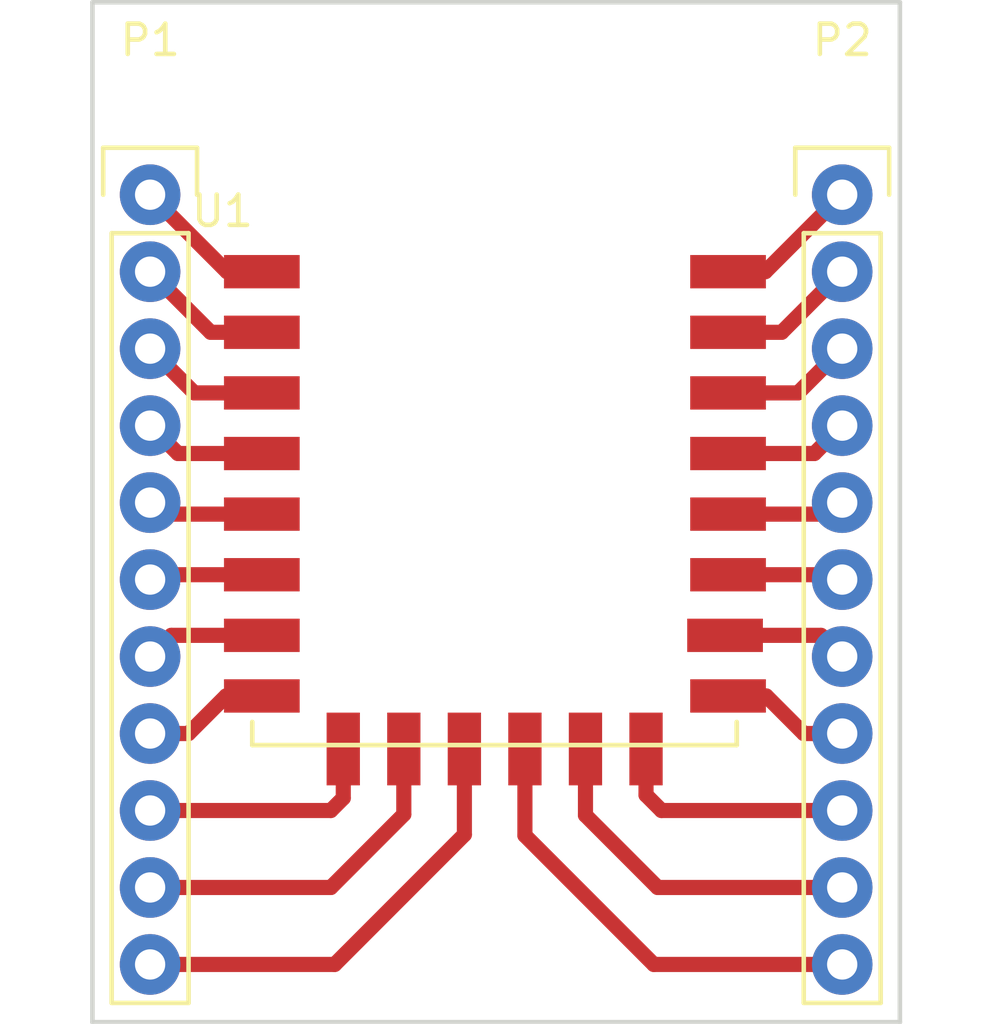
<source format=kicad_pcb>
(kicad_pcb (version 4) (host pcbnew 4.0.2-stable)

  (general
    (links 22)
    (no_connects 0)
    (area 138.401667 95.164999 171.478334 128.980001)
    (thickness 1.6)
    (drawings 4)
    (tracks 52)
    (zones 0)
    (modules 3)
    (nets 23)
  )

  (page A4)
  (layers
    (0 F.Cu signal)
    (31 B.Cu signal)
    (32 B.Adhes user)
    (33 F.Adhes user)
    (34 B.Paste user)
    (35 F.Paste user)
    (36 B.SilkS user)
    (37 F.SilkS user)
    (38 B.Mask user)
    (39 F.Mask user)
    (40 Dwgs.User user)
    (41 Cmts.User user)
    (42 Eco1.User user)
    (43 Eco2.User user)
    (44 Edge.Cuts user)
    (45 Margin user)
    (46 B.CrtYd user)
    (47 F.CrtYd user)
    (48 B.Fab user)
    (49 F.Fab user)
  )

  (setup
    (last_trace_width 0.5)
    (user_trace_width 0.5)
    (trace_clearance 0.2)
    (zone_clearance 0.508)
    (zone_45_only no)
    (trace_min 0.2)
    (segment_width 0.2)
    (edge_width 0.15)
    (via_size 0.6)
    (via_drill 0.4)
    (via_min_size 0.4)
    (via_min_drill 0.3)
    (uvia_size 0.3)
    (uvia_drill 0.1)
    (uvias_allowed no)
    (uvia_min_size 0.2)
    (uvia_min_drill 0.1)
    (pcb_text_width 0.3)
    (pcb_text_size 1.5 1.5)
    (mod_edge_width 0.15)
    (mod_text_size 1 1)
    (mod_text_width 0.15)
    (pad_size 2 2)
    (pad_drill 1)
    (pad_to_mask_clearance 0.2)
    (aux_axis_origin 0 0)
    (visible_elements 7FFFFFFF)
    (pcbplotparams
      (layerselection 0x00030_80000001)
      (usegerberextensions false)
      (excludeedgelayer true)
      (linewidth 0.100000)
      (plotframeref false)
      (viasonmask false)
      (mode 1)
      (useauxorigin false)
      (hpglpennumber 1)
      (hpglpenspeed 20)
      (hpglpendiameter 15)
      (hpglpenoverlay 2)
      (psnegative false)
      (psa4output false)
      (plotreference true)
      (plotvalue true)
      (plotinvisibletext false)
      (padsonsilk false)
      (subtractmaskfromsilk false)
      (outputformat 1)
      (mirror false)
      (drillshape 1)
      (scaleselection 1)
      (outputdirectory ""))
  )

  (net 0 "")
  (net 1 "Net-(P1-Pad1)")
  (net 2 "Net-(P1-Pad2)")
  (net 3 "Net-(P1-Pad3)")
  (net 4 "Net-(P1-Pad4)")
  (net 5 "Net-(P1-Pad5)")
  (net 6 "Net-(P1-Pad6)")
  (net 7 "Net-(P1-Pad7)")
  (net 8 "Net-(P1-Pad8)")
  (net 9 "Net-(P1-Pad9)")
  (net 10 "Net-(P1-Pad10)")
  (net 11 "Net-(P1-Pad11)")
  (net 12 "Net-(P2-Pad1)")
  (net 13 "Net-(P2-Pad2)")
  (net 14 "Net-(P2-Pad3)")
  (net 15 "Net-(P2-Pad4)")
  (net 16 "Net-(P2-Pad5)")
  (net 17 "Net-(P2-Pad6)")
  (net 18 "Net-(P2-Pad7)")
  (net 19 "Net-(P2-Pad8)")
  (net 20 "Net-(P2-Pad9)")
  (net 21 "Net-(P2-Pad10)")
  (net 22 "Net-(P2-Pad11)")

  (net_class Default "This is the default net class."
    (clearance 0.2)
    (trace_width 0.25)
    (via_dia 0.6)
    (via_drill 0.4)
    (uvia_dia 0.3)
    (uvia_drill 0.1)
    (add_net "Net-(P1-Pad1)")
    (add_net "Net-(P1-Pad10)")
    (add_net "Net-(P1-Pad11)")
    (add_net "Net-(P1-Pad2)")
    (add_net "Net-(P1-Pad3)")
    (add_net "Net-(P1-Pad4)")
    (add_net "Net-(P1-Pad5)")
    (add_net "Net-(P1-Pad6)")
    (add_net "Net-(P1-Pad7)")
    (add_net "Net-(P1-Pad8)")
    (add_net "Net-(P1-Pad9)")
    (add_net "Net-(P2-Pad1)")
    (add_net "Net-(P2-Pad10)")
    (add_net "Net-(P2-Pad11)")
    (add_net "Net-(P2-Pad2)")
    (add_net "Net-(P2-Pad3)")
    (add_net "Net-(P2-Pad4)")
    (add_net "Net-(P2-Pad5)")
    (add_net "Net-(P2-Pad6)")
    (add_net "Net-(P2-Pad7)")
    (add_net "Net-(P2-Pad8)")
    (add_net "Net-(P2-Pad9)")
  )

  (module Pin_Headers:Pin_Header_Straight_1x11 (layer F.Cu) (tedit 5835CD59) (tstamp 5835CB64)
    (at 142.24 101.6)
    (descr "Through hole pin header")
    (tags "pin header")
    (path /5835C9F9)
    (fp_text reference P1 (at 0 -5.1) (layer F.SilkS)
      (effects (font (size 1 1) (thickness 0.15)))
    )
    (fp_text value CONN_01X11 (at 0 -3.1) (layer F.Fab)
      (effects (font (size 1 1) (thickness 0.15)))
    )
    (fp_line (start -1.75 -1.75) (end -1.75 27.15) (layer F.CrtYd) (width 0.05))
    (fp_line (start 1.75 -1.75) (end 1.75 27.15) (layer F.CrtYd) (width 0.05))
    (fp_line (start -1.75 -1.75) (end 1.75 -1.75) (layer F.CrtYd) (width 0.05))
    (fp_line (start -1.75 27.15) (end 1.75 27.15) (layer F.CrtYd) (width 0.05))
    (fp_line (start 1.27 1.27) (end 1.27 26.67) (layer F.SilkS) (width 0.15))
    (fp_line (start 1.27 26.67) (end -1.27 26.67) (layer F.SilkS) (width 0.15))
    (fp_line (start -1.27 26.67) (end -1.27 1.27) (layer F.SilkS) (width 0.15))
    (fp_line (start 1.55 -1.55) (end 1.55 0) (layer F.SilkS) (width 0.15))
    (fp_line (start 1.27 1.27) (end -1.27 1.27) (layer F.SilkS) (width 0.15))
    (fp_line (start -1.55 0) (end -1.55 -1.55) (layer F.SilkS) (width 0.15))
    (fp_line (start -1.55 -1.55) (end 1.55 -1.55) (layer F.SilkS) (width 0.15))
    (pad 1 thru_hole circle (at 0 0) (size 2 2) (drill 1) (layers *.Cu *.Mask)
      (net 1 "Net-(P1-Pad1)"))
    (pad 2 thru_hole circle (at 0 2.54) (size 2 2) (drill 1) (layers *.Cu *.Mask)
      (net 2 "Net-(P1-Pad2)"))
    (pad 3 thru_hole circle (at 0 5.08) (size 2 2) (drill 1) (layers *.Cu *.Mask)
      (net 3 "Net-(P1-Pad3)"))
    (pad 4 thru_hole circle (at 0 7.62) (size 2 2) (drill 1) (layers *.Cu *.Mask)
      (net 4 "Net-(P1-Pad4)"))
    (pad 5 thru_hole circle (at 0 10.16) (size 2 2) (drill 1) (layers *.Cu *.Mask)
      (net 5 "Net-(P1-Pad5)"))
    (pad 6 thru_hole circle (at 0 12.7) (size 2 2) (drill 1) (layers *.Cu *.Mask)
      (net 6 "Net-(P1-Pad6)"))
    (pad 7 thru_hole circle (at 0 15.24) (size 2 2) (drill 1) (layers *.Cu *.Mask)
      (net 7 "Net-(P1-Pad7)"))
    (pad 8 thru_hole circle (at 0 17.78) (size 2 2) (drill 1) (layers *.Cu *.Mask)
      (net 8 "Net-(P1-Pad8)"))
    (pad 9 thru_hole circle (at 0 20.32) (size 2 2) (drill 1) (layers *.Cu *.Mask)
      (net 9 "Net-(P1-Pad9)"))
    (pad 10 thru_hole circle (at 0 22.86) (size 2 2) (drill 1) (layers *.Cu *.Mask)
      (net 10 "Net-(P1-Pad10)"))
    (pad 11 thru_hole circle (at 0 25.4) (size 2 2) (drill 1) (layers *.Cu *.Mask)
      (net 11 "Net-(P1-Pad11)"))
    (model Pin_Headers.3dshapes/Pin_Header_Straight_1x11.wrl
      (at (xyz 0 -0.5 0))
      (scale (xyz 1 1 1))
      (rotate (xyz 0 0 90))
    )
  )

  (module Pin_Headers:Pin_Header_Straight_1x11 (layer F.Cu) (tedit 0) (tstamp 5835CB7E)
    (at 165.1 101.6)
    (descr "Through hole pin header")
    (tags "pin header")
    (path /5835C978)
    (fp_text reference P2 (at 0 -5.1) (layer F.SilkS)
      (effects (font (size 1 1) (thickness 0.15)))
    )
    (fp_text value CONN_01X11 (at 0 -3.1) (layer F.Fab)
      (effects (font (size 1 1) (thickness 0.15)))
    )
    (fp_line (start -1.75 -1.75) (end -1.75 27.15) (layer F.CrtYd) (width 0.05))
    (fp_line (start 1.75 -1.75) (end 1.75 27.15) (layer F.CrtYd) (width 0.05))
    (fp_line (start -1.75 -1.75) (end 1.75 -1.75) (layer F.CrtYd) (width 0.05))
    (fp_line (start -1.75 27.15) (end 1.75 27.15) (layer F.CrtYd) (width 0.05))
    (fp_line (start 1.27 1.27) (end 1.27 26.67) (layer F.SilkS) (width 0.15))
    (fp_line (start 1.27 26.67) (end -1.27 26.67) (layer F.SilkS) (width 0.15))
    (fp_line (start -1.27 26.67) (end -1.27 1.27) (layer F.SilkS) (width 0.15))
    (fp_line (start 1.55 -1.55) (end 1.55 0) (layer F.SilkS) (width 0.15))
    (fp_line (start 1.27 1.27) (end -1.27 1.27) (layer F.SilkS) (width 0.15))
    (fp_line (start -1.55 0) (end -1.55 -1.55) (layer F.SilkS) (width 0.15))
    (fp_line (start -1.55 -1.55) (end 1.55 -1.55) (layer F.SilkS) (width 0.15))
    (pad 1 thru_hole circle (at 0 0) (size 2 2) (drill 1) (layers *.Cu *.Mask)
      (net 12 "Net-(P2-Pad1)"))
    (pad 2 thru_hole circle (at 0 2.54) (size 2 2) (drill 1) (layers *.Cu *.Mask)
      (net 13 "Net-(P2-Pad2)"))
    (pad 3 thru_hole circle (at 0 5.08) (size 2 2) (drill 1) (layers *.Cu *.Mask)
      (net 14 "Net-(P2-Pad3)"))
    (pad 4 thru_hole circle (at 0 7.62) (size 2 2) (drill 1) (layers *.Cu *.Mask)
      (net 15 "Net-(P2-Pad4)"))
    (pad 5 thru_hole circle (at 0 10.16) (size 2 2) (drill 1) (layers *.Cu *.Mask)
      (net 16 "Net-(P2-Pad5)"))
    (pad 6 thru_hole circle (at 0 12.7) (size 2 2) (drill 1) (layers *.Cu *.Mask)
      (net 17 "Net-(P2-Pad6)"))
    (pad 7 thru_hole circle (at 0 15.24) (size 2 2) (drill 1) (layers *.Cu *.Mask)
      (net 18 "Net-(P2-Pad7)"))
    (pad 8 thru_hole circle (at 0 17.78) (size 2 2) (drill 1) (layers *.Cu *.Mask)
      (net 19 "Net-(P2-Pad8)"))
    (pad 9 thru_hole circle (at 0 20.32) (size 2 2) (drill 1) (layers *.Cu *.Mask)
      (net 20 "Net-(P2-Pad9)"))
    (pad 10 thru_hole circle (at 0 22.86) (size 2 2) (drill 1) (layers *.Cu *.Mask)
      (net 21 "Net-(P2-Pad10)"))
    (pad 11 thru_hole circle (at 0 25.4) (size 2 2) (drill 1) (layers *.Cu *.Mask)
      (net 22 "Net-(P2-Pad11)"))
    (model Pin_Headers.3dshapes/Pin_Header_Straight_1x11.wrl
      (at (xyz 0 -0.5 0))
      (scale (xyz 1 1 1))
      (rotate (xyz 0 0 90))
    )
  )

  (module suf_module:ESP-12E (layer F.Cu) (tedit 5835C918) (tstamp 5835CBAC)
    (at 146.63 104.14)
    (descr "Module, ESP-8266, ESP-12, 16 pad, SMD")
    (tags "Module ESP-8266 ESP8266")
    (path /5835C869)
    (fp_text reference U1 (at -2 -2) (layer F.SilkS)
      (effects (font (size 1 1) (thickness 0.15)))
    )
    (fp_text value ESP12E (at 8 1) (layer F.Fab)
      (effects (font (size 1 1) (thickness 0.15)))
    )
    (fp_line (start -2.25 -0.5) (end -2.25 -8.75) (layer F.CrtYd) (width 0.05))
    (fp_line (start -2.25 -8.75) (end 15.25 -8.75) (layer F.CrtYd) (width 0.05))
    (fp_line (start 15.25 -8.75) (end 16.25 -8.75) (layer F.CrtYd) (width 0.05))
    (fp_line (start 16.25 -8.75) (end 16.25 16) (layer F.CrtYd) (width 0.05))
    (fp_line (start 16.25 16) (end -2.25 16) (layer F.CrtYd) (width 0.05))
    (fp_line (start -2.25 16) (end -2.25 -0.5) (layer F.CrtYd) (width 0.05))
    (fp_line (start -1.016 -8.382) (end 14.986 -8.382) (layer F.CrtYd) (width 0.1524))
    (fp_line (start 14.986 -8.382) (end 14.986 -0.889) (layer F.CrtYd) (width 0.1524))
    (fp_line (start -1.016 -8.382) (end -1.016 -1.016) (layer F.CrtYd) (width 0.1524))
    (fp_line (start -1.016 14.859) (end -1.016 15.621) (layer F.SilkS) (width 0.1524))
    (fp_line (start -1.016 15.621) (end 14.986 15.621) (layer F.SilkS) (width 0.1524))
    (fp_line (start 14.986 15.621) (end 14.986 14.859) (layer F.SilkS) (width 0.1524))
    (fp_line (start 14.992 -8.4) (end -1.008 -2.6) (layer F.CrtYd) (width 0.1524))
    (fp_line (start -1.008 -8.4) (end 14.992 -2.6) (layer F.CrtYd) (width 0.1524))
    (fp_text user "No Copper" (at 6.892 -5.4) (layer F.CrtYd)
      (effects (font (size 1 1) (thickness 0.15)))
    )
    (fp_line (start -1.008 -2.6) (end 14.992 -2.6) (layer F.CrtYd) (width 0.1524))
    (fp_line (start 15 -8.4) (end 15 15.6) (layer F.Fab) (width 0.05))
    (fp_line (start 14.992 15.6) (end -1.008 15.6) (layer F.Fab) (width 0.05))
    (fp_line (start -1.008 15.6) (end -1.008 -8.4) (layer F.Fab) (width 0.05))
    (fp_line (start -1.008 -8.4) (end 14.992 -8.4) (layer F.Fab) (width 0.05))
    (pad 1 smd rect (at 0 0) (size 2.5 1.1) (drill (offset -0.7 0)) (layers F.Cu F.Paste F.Mask)
      (net 1 "Net-(P1-Pad1)"))
    (pad 2 smd rect (at 0 2) (size 2.5 1.1) (drill (offset -0.7 0)) (layers F.Cu F.Paste F.Mask)
      (net 2 "Net-(P1-Pad2)"))
    (pad 3 smd rect (at 0 4) (size 2.5 1.1) (drill (offset -0.7 0)) (layers F.Cu F.Paste F.Mask)
      (net 3 "Net-(P1-Pad3)"))
    (pad 4 smd rect (at 0 6) (size 2.5 1.1) (drill (offset -0.7 0)) (layers F.Cu F.Paste F.Mask)
      (net 4 "Net-(P1-Pad4)"))
    (pad 5 smd rect (at 0 8) (size 2.5 1.1) (drill (offset -0.7 0)) (layers F.Cu F.Paste F.Mask)
      (net 5 "Net-(P1-Pad5)"))
    (pad 6 smd rect (at 0 10) (size 2.5 1.1) (drill (offset -0.7 0)) (layers F.Cu F.Paste F.Mask)
      (net 6 "Net-(P1-Pad6)"))
    (pad 7 smd rect (at 0 12) (size 2.5 1.1) (drill (offset -0.7 0)) (layers F.Cu F.Paste F.Mask)
      (net 7 "Net-(P1-Pad7)"))
    (pad 8 smd rect (at 0 14) (size 2.5 1.1) (drill (offset -0.7 0)) (layers F.Cu F.Paste F.Mask)
      (net 8 "Net-(P1-Pad8)"))
    (pad 17 smd rect (at 1.99 15.75 90) (size 2.4 1.1) (layers F.Cu F.Paste F.Mask)
      (net 9 "Net-(P1-Pad9)"))
    (pad 18 smd rect (at 3.99 15.75 90) (size 2.4 1.1) (layers F.Cu F.Paste F.Mask)
      (net 10 "Net-(P1-Pad10)"))
    (pad 19 smd rect (at 5.99 15.75 90) (size 2.4 1.1) (layers F.Cu F.Paste F.Mask)
      (net 11 "Net-(P1-Pad11)"))
    (pad 20 smd rect (at 7.99 15.75 90) (size 2.4 1.1) (layers F.Cu F.Paste F.Mask)
      (net 22 "Net-(P2-Pad11)"))
    (pad 21 smd rect (at 9.99 15.75 90) (size 2.4 1.1) (layers F.Cu F.Paste F.Mask)
      (net 21 "Net-(P2-Pad10)"))
    (pad 22 smd rect (at 11.99 15.75 90) (size 2.4 1.1) (layers F.Cu F.Paste F.Mask)
      (net 20 "Net-(P2-Pad9)"))
    (pad 9 smd rect (at 14 14) (size 2.5 1.1) (drill (offset 0.7 0)) (layers F.Cu F.Paste F.Mask)
      (net 19 "Net-(P2-Pad8)"))
    (pad 10 smd rect (at 14 12) (size 2.5 1.1) (drill (offset 0.6 0)) (layers F.Cu F.Paste F.Mask)
      (net 18 "Net-(P2-Pad7)"))
    (pad 11 smd rect (at 14 10) (size 2.5 1.1) (drill (offset 0.7 0)) (layers F.Cu F.Paste F.Mask)
      (net 17 "Net-(P2-Pad6)"))
    (pad 12 smd rect (at 14 8) (size 2.5 1.1) (drill (offset 0.7 0)) (layers F.Cu F.Paste F.Mask)
      (net 16 "Net-(P2-Pad5)"))
    (pad 13 smd rect (at 14 6) (size 2.5 1.1) (drill (offset 0.7 0)) (layers F.Cu F.Paste F.Mask)
      (net 15 "Net-(P2-Pad4)"))
    (pad 14 smd rect (at 14 4) (size 2.5 1.1) (drill (offset 0.7 0)) (layers F.Cu F.Paste F.Mask)
      (net 14 "Net-(P2-Pad3)"))
    (pad 15 smd rect (at 14 2) (size 2.5 1.1) (drill (offset 0.7 0)) (layers F.Cu F.Paste F.Mask)
      (net 13 "Net-(P2-Pad2)"))
    (pad 16 smd rect (at 14 0) (size 2.5 1.1) (drill (offset 0.7 0)) (layers F.Cu F.Paste F.Mask)
      (net 12 "Net-(P2-Pad1)"))
    (model ${ESPLIB}/ESP8266.3dshapes/ESP-12.wrl
      (at (xyz 0.04 0 0))
      (scale (xyz 0.3937 0.3937 0.3937))
      (rotate (xyz 0 0 0))
    )
  )

  (gr_line (start 140.335 128.905) (end 140.335 95.25) (angle 90) (layer Edge.Cuts) (width 0.15))
  (gr_line (start 167.005 128.905) (end 140.335 128.905) (angle 90) (layer Edge.Cuts) (width 0.15))
  (gr_line (start 167.005 95.25) (end 167.005 128.905) (angle 90) (layer Edge.Cuts) (width 0.15))
  (gr_line (start 140.335 95.25) (end 167.005 95.25) (angle 90) (layer Edge.Cuts) (width 0.15))

  (segment (start 146.63 104.14) (end 144.78 104.14) (width 0.5) (layer F.Cu) (net 1))
  (segment (start 144.78 104.14) (end 142.24 101.6) (width 0.5) (layer F.Cu) (net 1) (tstamp 583A7403))
  (segment (start 146.63 106.14) (end 144.24 106.14) (width 0.5) (layer F.Cu) (net 2))
  (segment (start 144.24 106.14) (end 142.24 104.14) (width 0.5) (layer F.Cu) (net 2) (tstamp 583A73FE))
  (segment (start 146.63 108.14) (end 143.7 108.14) (width 0.5) (layer F.Cu) (net 3))
  (segment (start 143.7 108.14) (end 142.24 106.68) (width 0.5) (layer F.Cu) (net 3) (tstamp 583A73FA))
  (segment (start 146.63 110.14) (end 143.16 110.14) (width 0.5) (layer F.Cu) (net 4))
  (segment (start 143.16 110.14) (end 142.24 109.22) (width 0.5) (layer F.Cu) (net 4) (tstamp 583A73E4))
  (segment (start 146.63 112.14) (end 142.62 112.14) (width 0.5) (layer F.Cu) (net 5))
  (segment (start 142.62 112.14) (end 142.24 111.76) (width 0.5) (layer F.Cu) (net 5) (tstamp 583A73AF))
  (segment (start 146.63 114.14) (end 142.4 114.14) (width 0.5) (layer F.Cu) (net 6))
  (segment (start 142.4 114.14) (end 142.24 114.3) (width 0.5) (layer F.Cu) (net 6) (tstamp 583A73B3))
  (segment (start 146.63 116.14) (end 142.94 116.14) (width 0.5) (layer F.Cu) (net 7))
  (segment (start 142.94 116.14) (end 142.24 116.84) (width 0.5) (layer F.Cu) (net 7) (tstamp 583A73C8))
  (segment (start 146.63 118.14) (end 144.75 118.14) (width 0.5) (layer F.Cu) (net 8))
  (segment (start 144.75 118.14) (end 143.51 119.38) (width 0.5) (layer F.Cu) (net 8) (tstamp 583A73CC))
  (segment (start 143.51 119.38) (end 142.24 119.38) (width 0.5) (layer F.Cu) (net 8) (tstamp 583A73D2))
  (segment (start 148.62 119.89) (end 148.62 121.509) (width 0.5) (layer F.Cu) (net 9))
  (segment (start 148.209 121.92) (end 142.24 121.92) (width 0.5) (layer F.Cu) (net 9) (tstamp 5835CCDD))
  (segment (start 148.62 121.509) (end 148.209 121.92) (width 0.5) (layer F.Cu) (net 9) (tstamp 5835CCD6))
  (segment (start 150.62 119.89) (end 150.62 122.049) (width 0.5) (layer F.Cu) (net 10))
  (segment (start 148.209 124.46) (end 142.24 124.46) (width 0.5) (layer F.Cu) (net 10) (tstamp 5835CCE8))
  (segment (start 150.62 122.049) (end 148.209 124.46) (width 0.5) (layer F.Cu) (net 10) (tstamp 5835CCE2))
  (segment (start 152.62 119.89) (end 152.62 122.716) (width 0.5) (layer F.Cu) (net 11))
  (segment (start 148.336 127) (end 142.24 127) (width 0.5) (layer F.Cu) (net 11) (tstamp 5835CCF2))
  (segment (start 152.62 122.716) (end 148.336 127) (width 0.5) (layer F.Cu) (net 11) (tstamp 5835CCEC))
  (segment (start 160.63 104.14) (end 162.56 104.14) (width 0.5) (layer F.Cu) (net 12))
  (segment (start 162.56 104.14) (end 165.1 101.6) (width 0.5) (layer F.Cu) (net 12) (tstamp 583A74A0))
  (segment (start 160.63 106.14) (end 163.1 106.14) (width 0.5) (layer F.Cu) (net 13))
  (segment (start 163.1 106.14) (end 165.1 104.14) (width 0.5) (layer F.Cu) (net 13) (tstamp 583A749B))
  (segment (start 160.63 108.14) (end 163.64 108.14) (width 0.5) (layer F.Cu) (net 14))
  (segment (start 163.64 108.14) (end 165.1 106.68) (width 0.5) (layer F.Cu) (net 14) (tstamp 583A7494))
  (segment (start 160.63 110.14) (end 164.18 110.14) (width 0.5) (layer F.Cu) (net 15))
  (segment (start 164.18 110.14) (end 165.1 109.22) (width 0.5) (layer F.Cu) (net 15) (tstamp 583A748F))
  (segment (start 160.63 112.14) (end 164.72 112.14) (width 0.5) (layer F.Cu) (net 16))
  (segment (start 164.72 112.14) (end 165.1 111.76) (width 0.5) (layer F.Cu) (net 16) (tstamp 583A748C))
  (segment (start 160.63 114.14) (end 164.94 114.14) (width 0.5) (layer F.Cu) (net 17))
  (segment (start 164.94 114.14) (end 165.1 114.3) (width 0.5) (layer F.Cu) (net 17) (tstamp 583A7488))
  (segment (start 160.63 116.14) (end 164.4 116.14) (width 0.5) (layer F.Cu) (net 18))
  (segment (start 164.4 116.14) (end 165.1 116.84) (width 0.5) (layer F.Cu) (net 18) (tstamp 583A7485))
  (segment (start 160.63 118.14) (end 162.59 118.14) (width 0.5) (layer F.Cu) (net 19))
  (segment (start 163.83 119.38) (end 165.1 119.38) (width 0.5) (layer F.Cu) (net 19) (tstamp 583A7481))
  (segment (start 162.59 118.14) (end 163.83 119.38) (width 0.5) (layer F.Cu) (net 19) (tstamp 583A747D))
  (segment (start 158.62 119.89) (end 158.62 121.409) (width 0.5) (layer F.Cu) (net 20))
  (segment (start 159.131 121.92) (end 165.1 121.92) (width 0.5) (layer F.Cu) (net 20) (tstamp 5835CCA2))
  (segment (start 158.62 121.409) (end 159.131 121.92) (width 0.5) (layer F.Cu) (net 20) (tstamp 5835CC9D))
  (segment (start 156.62 119.89) (end 156.62 122.076) (width 0.5) (layer F.Cu) (net 21))
  (segment (start 159.004 124.46) (end 165.1 124.46) (width 0.5) (layer F.Cu) (net 21) (tstamp 5835CCBC))
  (segment (start 156.62 122.076) (end 159.004 124.46) (width 0.5) (layer F.Cu) (net 21) (tstamp 5835CCAF))
  (segment (start 154.62 119.89) (end 154.62 122.743) (width 0.5) (layer F.Cu) (net 22))
  (segment (start 158.877 127) (end 165.1 127) (width 0.5) (layer F.Cu) (net 22) (tstamp 5835CCCB))
  (segment (start 154.62 122.743) (end 158.877 127) (width 0.5) (layer F.Cu) (net 22) (tstamp 5835CCC1))

)

</source>
